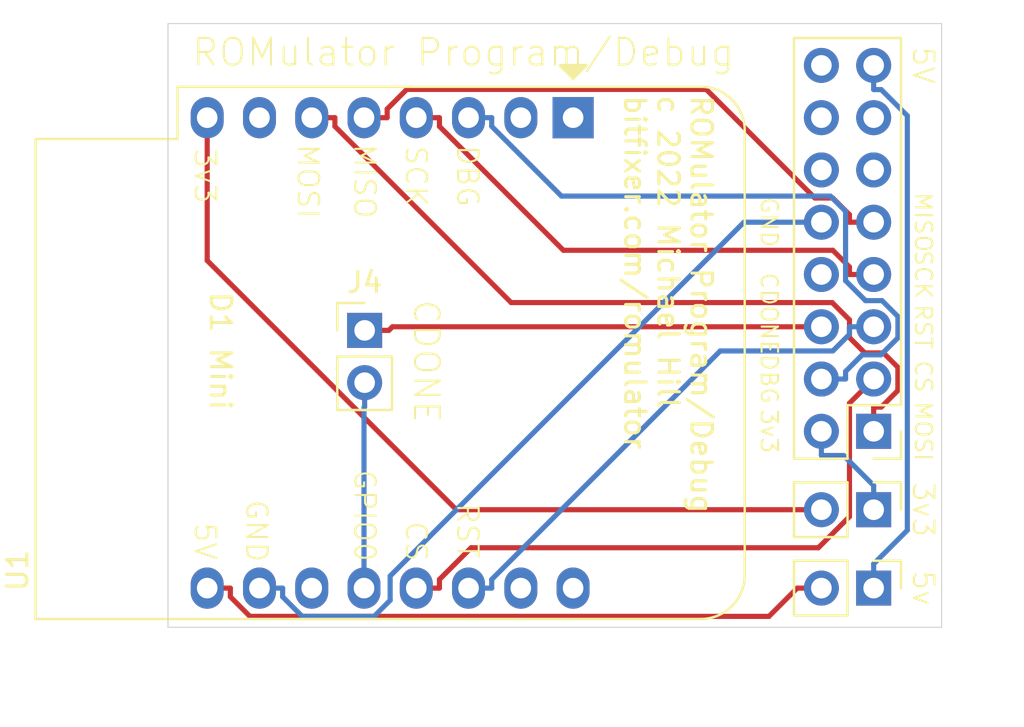
<source format=kicad_pcb>
(kicad_pcb (version 20171130) (host pcbnew "(5.1.4-0-10_14)")

  (general
    (thickness 1.6)
    (drawings 31)
    (tracks 91)
    (zones 0)
    (modules 5)
    (nets 26)
  )

  (page A4)
  (layers
    (0 F.Cu signal)
    (31 B.Cu signal)
    (32 B.Adhes user)
    (33 F.Adhes user)
    (34 B.Paste user)
    (35 F.Paste user)
    (36 B.SilkS user)
    (37 F.SilkS user)
    (38 B.Mask user)
    (39 F.Mask user)
    (40 Dwgs.User user)
    (41 Cmts.User user)
    (42 Eco1.User user)
    (43 Eco2.User user)
    (44 Edge.Cuts user)
    (45 Margin user)
    (46 B.CrtYd user)
    (47 F.CrtYd user)
    (48 B.Fab user)
    (49 F.Fab user)
  )

  (setup
    (last_trace_width 0.25)
    (trace_clearance 0.2)
    (zone_clearance 0.508)
    (zone_45_only no)
    (trace_min 0.2)
    (via_size 0.8)
    (via_drill 0.4)
    (via_min_size 0.4)
    (via_min_drill 0.3)
    (uvia_size 0.3)
    (uvia_drill 0.1)
    (uvias_allowed no)
    (uvia_min_size 0.2)
    (uvia_min_drill 0.1)
    (edge_width 0.05)
    (segment_width 0.2)
    (pcb_text_width 0.3)
    (pcb_text_size 1.5 1.5)
    (mod_edge_width 0.12)
    (mod_text_size 1 1)
    (mod_text_width 0.15)
    (pad_size 1.524 1.524)
    (pad_drill 0.762)
    (pad_to_mask_clearance 0.05)
    (aux_axis_origin 0 0)
    (visible_elements 7FFFFFFF)
    (pcbplotparams
      (layerselection 0x010fc_ffffffff)
      (usegerberextensions false)
      (usegerberattributes true)
      (usegerberadvancedattributes true)
      (creategerberjobfile true)
      (excludeedgelayer true)
      (linewidth 0.100000)
      (plotframeref false)
      (viasonmask false)
      (mode 1)
      (useauxorigin false)
      (hpglpennumber 1)
      (hpglpenspeed 20)
      (hpglpendiameter 15.000000)
      (psnegative false)
      (psa4output false)
      (plotreference true)
      (plotvalue true)
      (plotinvisibletext false)
      (padsonsilk false)
      (subtractmaskfromsilk false)
      (outputformat 1)
      (mirror false)
      (drillshape 0)
      (scaleselection 1)
      (outputdirectory ""))
  )

  (net 0 "")
  (net 1 3v3IN)
  (net 2 +3V3)
  (net 3 +5V)
  (net 4 DBG)
  (net 5 "Net-(J3-Pad8)")
  (net 6 GND)
  (net 7 MISO)
  (net 8 SCK)
  (net 9 RST)
  (net 10 CS)
  (net 11 MOSI)
  (net 12 "Net-(U1-Pad16)")
  (net 13 "Net-(U1-Pad15)")
  (net 14 "Net-(U1-Pad1)")
  (net 15 "Net-(U1-Pad2)")
  (net 16 CDONE)
  (net 17 5VIN)
  (net 18 "Net-(J3-Pad16)")
  (net 19 "Net-(J3-Pad14)")
  (net 20 "Net-(J3-Pad13)")
  (net 21 "Net-(J3-Pad12)")
  (net 22 "Net-(J3-Pad11)")
  (net 23 "Net-(U1-Pad7)")
  (net 24 LED)
  (net 25 GPIO0)

  (net_class Default "This is the default net class."
    (clearance 0.2)
    (trace_width 0.25)
    (via_dia 0.8)
    (via_drill 0.4)
    (uvia_dia 0.3)
    (uvia_drill 0.1)
    (add_net +3V3)
    (add_net +5V)
    (add_net 3v3IN)
    (add_net 5VIN)
    (add_net CDONE)
    (add_net CS)
    (add_net DBG)
    (add_net GND)
    (add_net GPIO0)
    (add_net LED)
    (add_net MISO)
    (add_net MOSI)
    (add_net "Net-(J3-Pad11)")
    (add_net "Net-(J3-Pad12)")
    (add_net "Net-(J3-Pad13)")
    (add_net "Net-(J3-Pad14)")
    (add_net "Net-(J3-Pad16)")
    (add_net "Net-(J3-Pad8)")
    (add_net "Net-(U1-Pad1)")
    (add_net "Net-(U1-Pad15)")
    (add_net "Net-(U1-Pad16)")
    (add_net "Net-(U1-Pad2)")
    (add_net "Net-(U1-Pad7)")
    (add_net RST)
    (add_net SCK)
  )

  (module Connector_PinHeader_2.54mm:PinHeader_1x02_P2.54mm_Vertical (layer F.Cu) (tedit 59FED5CC) (tstamp 62269507)
    (at 141 84.25)
    (descr "Through hole straight pin header, 1x02, 2.54mm pitch, single row")
    (tags "Through hole pin header THT 1x02 2.54mm single row")
    (path /6226476B)
    (fp_text reference J4 (at 0 -2.33) (layer F.SilkS)
      (effects (font (size 1 1) (thickness 0.15)))
    )
    (fp_text value Conn_01x02_Male (at 0 4.87) (layer F.Fab)
      (effects (font (size 1 1) (thickness 0.15)))
    )
    (fp_text user %R (at 0 1.27 90) (layer F.Fab)
      (effects (font (size 1 1) (thickness 0.15)))
    )
    (fp_line (start 1.8 -1.8) (end -1.8 -1.8) (layer F.CrtYd) (width 0.05))
    (fp_line (start 1.8 4.35) (end 1.8 -1.8) (layer F.CrtYd) (width 0.05))
    (fp_line (start -1.8 4.35) (end 1.8 4.35) (layer F.CrtYd) (width 0.05))
    (fp_line (start -1.8 -1.8) (end -1.8 4.35) (layer F.CrtYd) (width 0.05))
    (fp_line (start -1.33 -1.33) (end 0 -1.33) (layer F.SilkS) (width 0.12))
    (fp_line (start -1.33 0) (end -1.33 -1.33) (layer F.SilkS) (width 0.12))
    (fp_line (start -1.33 1.27) (end 1.33 1.27) (layer F.SilkS) (width 0.12))
    (fp_line (start 1.33 1.27) (end 1.33 3.87) (layer F.SilkS) (width 0.12))
    (fp_line (start -1.33 1.27) (end -1.33 3.87) (layer F.SilkS) (width 0.12))
    (fp_line (start -1.33 3.87) (end 1.33 3.87) (layer F.SilkS) (width 0.12))
    (fp_line (start -1.27 -0.635) (end -0.635 -1.27) (layer F.Fab) (width 0.1))
    (fp_line (start -1.27 3.81) (end -1.27 -0.635) (layer F.Fab) (width 0.1))
    (fp_line (start 1.27 3.81) (end -1.27 3.81) (layer F.Fab) (width 0.1))
    (fp_line (start 1.27 -1.27) (end 1.27 3.81) (layer F.Fab) (width 0.1))
    (fp_line (start -0.635 -1.27) (end 1.27 -1.27) (layer F.Fab) (width 0.1))
    (pad 2 thru_hole oval (at 0 2.54) (size 1.7 1.7) (drill 1) (layers *.Cu *.Mask)
      (net 25 GPIO0))
    (pad 1 thru_hole rect (at 0 0) (size 1.7 1.7) (drill 1) (layers *.Cu *.Mask)
      (net 16 CDONE))
    (model ${KISYS3DMOD}/Connector_PinHeader_2.54mm.3dshapes/PinHeader_1x02_P2.54mm_Vertical.wrl
      (at (xyz 0 0 0))
      (scale (xyz 1 1 1))
      (rotate (xyz 0 0 0))
    )
  )

  (module Connector_PinHeader_2.54mm:PinHeader_2x08_P2.54mm_Vertical (layer F.Cu) (tedit 59FED5CC) (tstamp 62147573)
    (at 165.735 89.154 180)
    (descr "Through hole straight pin header, 2x08, 2.54mm pitch, double rows")
    (tags "Through hole pin header THT 2x08 2.54mm double row")
    (path /621EB698)
    (fp_text reference J3 (at 1.27 -2.33) (layer F.SilkS) hide
      (effects (font (size 1 1) (thickness 0.15)))
    )
    (fp_text value Conn_02x08_Odd_Even (at 1.27 20.11) (layer F.Fab)
      (effects (font (size 1 1) (thickness 0.15)))
    )
    (fp_line (start 4.35 -1.8) (end -1.8 -1.8) (layer F.CrtYd) (width 0.05))
    (fp_line (start 4.35 19.55) (end 4.35 -1.8) (layer F.CrtYd) (width 0.05))
    (fp_line (start -1.8 19.55) (end 4.35 19.55) (layer F.CrtYd) (width 0.05))
    (fp_line (start -1.8 -1.8) (end -1.8 19.55) (layer F.CrtYd) (width 0.05))
    (fp_line (start -1.33 -1.33) (end 0 -1.33) (layer F.SilkS) (width 0.12))
    (fp_line (start -1.33 0) (end -1.33 -1.33) (layer F.SilkS) (width 0.12))
    (fp_line (start 1.27 -1.33) (end 3.87 -1.33) (layer F.SilkS) (width 0.12))
    (fp_line (start 1.27 1.27) (end 1.27 -1.33) (layer F.SilkS) (width 0.12))
    (fp_line (start -1.33 1.27) (end 1.27 1.27) (layer F.SilkS) (width 0.12))
    (fp_line (start 3.87 -1.33) (end 3.87 19.11) (layer F.SilkS) (width 0.12))
    (fp_line (start -1.33 1.27) (end -1.33 19.11) (layer F.SilkS) (width 0.12))
    (fp_line (start -1.33 19.11) (end 3.87 19.11) (layer F.SilkS) (width 0.12))
    (fp_line (start -1.27 0) (end 0 -1.27) (layer F.Fab) (width 0.1))
    (fp_line (start -1.27 19.05) (end -1.27 0) (layer F.Fab) (width 0.1))
    (fp_line (start 3.81 19.05) (end -1.27 19.05) (layer F.Fab) (width 0.1))
    (fp_line (start 3.81 -1.27) (end 3.81 19.05) (layer F.Fab) (width 0.1))
    (fp_line (start 0 -1.27) (end 3.81 -1.27) (layer F.Fab) (width 0.1))
    (fp_text user %R (at 1.27 8.89 90) (layer F.Fab)
      (effects (font (size 1 1) (thickness 0.15)))
    )
    (pad 16 thru_hole oval (at 2.54 17.78 180) (size 1.7 1.7) (drill 1) (layers *.Cu *.Mask)
      (net 18 "Net-(J3-Pad16)"))
    (pad 15 thru_hole oval (at 0 17.78 180) (size 1.7 1.7) (drill 1) (layers *.Cu *.Mask)
      (net 3 +5V))
    (pad 14 thru_hole oval (at 2.54 15.24 180) (size 1.7 1.7) (drill 1) (layers *.Cu *.Mask)
      (net 19 "Net-(J3-Pad14)"))
    (pad 13 thru_hole oval (at 0 15.24 180) (size 1.7 1.7) (drill 1) (layers *.Cu *.Mask)
      (net 20 "Net-(J3-Pad13)"))
    (pad 12 thru_hole oval (at 2.54 12.7 180) (size 1.7 1.7) (drill 1) (layers *.Cu *.Mask)
      (net 21 "Net-(J3-Pad12)"))
    (pad 11 thru_hole oval (at 0 12.7 180) (size 1.7 1.7) (drill 1) (layers *.Cu *.Mask)
      (net 22 "Net-(J3-Pad11)"))
    (pad 10 thru_hole oval (at 2.54 10.16 180) (size 1.7 1.7) (drill 1) (layers *.Cu *.Mask)
      (net 6 GND))
    (pad 9 thru_hole oval (at 0 10.16 180) (size 1.7 1.7) (drill 1) (layers *.Cu *.Mask)
      (net 7 MISO))
    (pad 8 thru_hole oval (at 2.54 7.62 180) (size 1.7 1.7) (drill 1) (layers *.Cu *.Mask)
      (net 5 "Net-(J3-Pad8)"))
    (pad 7 thru_hole oval (at 0 7.62 180) (size 1.7 1.7) (drill 1) (layers *.Cu *.Mask)
      (net 8 SCK))
    (pad 6 thru_hole oval (at 2.54 5.08 180) (size 1.7 1.7) (drill 1) (layers *.Cu *.Mask)
      (net 16 CDONE))
    (pad 5 thru_hole oval (at 0 5.08 180) (size 1.7 1.7) (drill 1) (layers *.Cu *.Mask)
      (net 9 RST))
    (pad 4 thru_hole oval (at 2.54 2.54 180) (size 1.7 1.7) (drill 1) (layers *.Cu *.Mask)
      (net 4 DBG))
    (pad 3 thru_hole oval (at 0 2.54 180) (size 1.7 1.7) (drill 1) (layers *.Cu *.Mask)
      (net 10 CS))
    (pad 2 thru_hole oval (at 2.54 0 180) (size 1.7 1.7) (drill 1) (layers *.Cu *.Mask)
      (net 2 +3V3))
    (pad 1 thru_hole rect (at 0 0 180) (size 1.7 1.7) (drill 1) (layers *.Cu *.Mask)
      (net 11 MOSI))
    (model ${KISYS3DMOD}/Connector_PinHeader_2.54mm.3dshapes/PinHeader_2x08_P2.54mm_Vertical.wrl
      (at (xyz 0 0 0))
      (scale (xyz 1 1 1))
      (rotate (xyz 0 0 0))
    )
  )

  (module Connector_PinHeader_2.54mm:PinHeader_1x02_P2.54mm_Vertical (layer F.Cu) (tedit 59FED5CC) (tstamp 62146BFD)
    (at 165.735 96.774 270)
    (descr "Through hole straight pin header, 1x02, 2.54mm pitch, single row")
    (tags "Through hole pin header THT 1x02 2.54mm single row")
    (path /621F045A)
    (fp_text reference J2 (at 0 -2.33 90) (layer F.SilkS) hide
      (effects (font (size 1 1) (thickness 0.15)))
    )
    (fp_text value Conn_01x02_Male (at 0 4.87 90) (layer F.Fab)
      (effects (font (size 1 1) (thickness 0.15)))
    )
    (fp_line (start 1.8 -1.8) (end -1.8 -1.8) (layer F.CrtYd) (width 0.05))
    (fp_line (start 1.8 4.35) (end 1.8 -1.8) (layer F.CrtYd) (width 0.05))
    (fp_line (start -1.8 4.35) (end 1.8 4.35) (layer F.CrtYd) (width 0.05))
    (fp_line (start -1.8 -1.8) (end -1.8 4.35) (layer F.CrtYd) (width 0.05))
    (fp_line (start -1.33 -1.33) (end 0 -1.33) (layer F.SilkS) (width 0.12))
    (fp_line (start -1.33 0) (end -1.33 -1.33) (layer F.SilkS) (width 0.12))
    (fp_line (start -1.33 1.27) (end 1.33 1.27) (layer F.SilkS) (width 0.12))
    (fp_line (start 1.33 1.27) (end 1.33 3.87) (layer F.SilkS) (width 0.12))
    (fp_line (start -1.33 1.27) (end -1.33 3.87) (layer F.SilkS) (width 0.12))
    (fp_line (start -1.33 3.87) (end 1.33 3.87) (layer F.SilkS) (width 0.12))
    (fp_line (start -1.27 -0.635) (end -0.635 -1.27) (layer F.Fab) (width 0.1))
    (fp_line (start -1.27 3.81) (end -1.27 -0.635) (layer F.Fab) (width 0.1))
    (fp_line (start 1.27 3.81) (end -1.27 3.81) (layer F.Fab) (width 0.1))
    (fp_line (start 1.27 -1.27) (end 1.27 3.81) (layer F.Fab) (width 0.1))
    (fp_line (start -0.635 -1.27) (end 1.27 -1.27) (layer F.Fab) (width 0.1))
    (fp_text user %R (at 0 1.27) (layer F.Fab)
      (effects (font (size 1 1) (thickness 0.15)))
    )
    (pad 2 thru_hole oval (at 0 2.54 270) (size 1.7 1.7) (drill 1) (layers *.Cu *.Mask)
      (net 17 5VIN))
    (pad 1 thru_hole rect (at 0 0 270) (size 1.7 1.7) (drill 1) (layers *.Cu *.Mask)
      (net 3 +5V))
    (model ${KISYS3DMOD}/Connector_PinHeader_2.54mm.3dshapes/PinHeader_1x02_P2.54mm_Vertical.wrl
      (at (xyz 0 0 0))
      (scale (xyz 1 1 1))
      (rotate (xyz 0 0 0))
    )
  )

  (module Module:WEMOS_D1_mini_light (layer F.Cu) (tedit 5BBFB1CE) (tstamp 62146C60)
    (at 151.13 73.914 270)
    (descr "16-pin module, column spacing 22.86 mm (900 mils), https://wiki.wemos.cc/products:d1:d1_mini, https://c1.staticflickr.com/1/734/31400410271_f278b087db_z.jpg")
    (tags "ESP8266 WiFi microcontroller")
    (path /62141207)
    (fp_text reference U1 (at 22 27 90) (layer F.SilkS)
      (effects (font (size 1 1) (thickness 0.15)))
    )
    (fp_text value WeMos_D1_mini (at 11.7 0 90) (layer F.Fab)
      (effects (font (size 1 1) (thickness 0.15)))
    )
    (fp_line (start 1.04 19.22) (end 1.04 26.12) (layer F.SilkS) (width 0.12))
    (fp_line (start -1.5 19.22) (end 1.04 19.22) (layer F.SilkS) (width 0.12))
    (fp_line (start -0.37 0) (end -1.37 -1) (layer F.Fab) (width 0.1))
    (fp_line (start -1.37 1) (end -0.37 0) (layer F.Fab) (width 0.1))
    (fp_line (start -1.37 -6.21) (end -1.37 -1) (layer F.Fab) (width 0.1))
    (fp_line (start 1.17 19.09) (end 1.17 25.99) (layer F.Fab) (width 0.1))
    (fp_line (start -1.37 19.09) (end 1.17 19.09) (layer F.Fab) (width 0.1))
    (fp_line (start -1.35 -7.4) (end -0.55 -8.2) (layer Dwgs.User) (width 0.1))
    (fp_line (start -1.3 -5.45) (end 1.45 -8.2) (layer Dwgs.User) (width 0.1))
    (fp_line (start -1.35 -3.4) (end 3.45 -8.2) (layer Dwgs.User) (width 0.1))
    (fp_line (start 22.65 -1.4) (end 24.25 -3) (layer Dwgs.User) (width 0.1))
    (fp_line (start 20.65 -1.4) (end 24.25 -5) (layer Dwgs.User) (width 0.1))
    (fp_line (start 18.65 -1.4) (end 24.25 -7) (layer Dwgs.User) (width 0.1))
    (fp_line (start 16.65 -1.4) (end 23.45 -8.2) (layer Dwgs.User) (width 0.1))
    (fp_line (start 14.65 -1.4) (end 21.45 -8.2) (layer Dwgs.User) (width 0.1))
    (fp_line (start 12.65 -1.4) (end 19.45 -8.2) (layer Dwgs.User) (width 0.1))
    (fp_line (start 10.65 -1.4) (end 17.45 -8.2) (layer Dwgs.User) (width 0.1))
    (fp_line (start 8.65 -1.4) (end 15.45 -8.2) (layer Dwgs.User) (width 0.1))
    (fp_line (start 6.65 -1.4) (end 13.45 -8.2) (layer Dwgs.User) (width 0.1))
    (fp_line (start 4.65 -1.4) (end 11.45 -8.2) (layer Dwgs.User) (width 0.1))
    (fp_line (start 2.65 -1.4) (end 9.45 -8.2) (layer Dwgs.User) (width 0.1))
    (fp_line (start 0.65 -1.4) (end 7.45 -8.2) (layer Dwgs.User) (width 0.1))
    (fp_line (start -1.35 -1.4) (end 5.45 -8.2) (layer Dwgs.User) (width 0.1))
    (fp_line (start -1.35 -8.2) (end -1.35 -1.4) (layer Dwgs.User) (width 0.1))
    (fp_line (start 24.25 -8.2) (end -1.35 -8.2) (layer Dwgs.User) (width 0.1))
    (fp_line (start 24.25 -1.4) (end 24.25 -8.2) (layer Dwgs.User) (width 0.1))
    (fp_line (start -1.35 -1.4) (end 24.25 -1.4) (layer Dwgs.User) (width 0.1))
    (fp_poly (pts (xy -2.54 -0.635) (xy -2.54 0.635) (xy -1.905 0)) (layer F.SilkS) (width 0.15))
    (fp_line (start -1.62 26.24) (end -1.62 -8.46) (layer F.CrtYd) (width 0.05))
    (fp_line (start 24.48 26.24) (end -1.62 26.24) (layer F.CrtYd) (width 0.05))
    (fp_line (start 24.48 -8.41) (end 24.48 26.24) (layer F.CrtYd) (width 0.05))
    (fp_line (start -1.62 -8.46) (end 24.48 -8.46) (layer F.CrtYd) (width 0.05))
    (fp_line (start -1.37 1) (end -1.37 19.09) (layer F.Fab) (width 0.1))
    (fp_line (start 22.23 -8.21) (end 0.63 -8.21) (layer F.Fab) (width 0.1))
    (fp_line (start 24.23 25.99) (end 24.23 -6.21) (layer F.Fab) (width 0.1))
    (fp_line (start 1.17 25.99) (end 24.23 25.99) (layer F.Fab) (width 0.1))
    (fp_line (start 22.24 -8.34) (end 0.63 -8.34) (layer F.SilkS) (width 0.12))
    (fp_line (start 24.36 26.12) (end 24.36 -6.21) (layer F.SilkS) (width 0.12))
    (fp_line (start -1.5 19.22) (end -1.5 -6.21) (layer F.SilkS) (width 0.12))
    (fp_line (start 1.04 26.12) (end 24.36 26.12) (layer F.SilkS) (width 0.12))
    (fp_text user %R (at 11.43 10 90) (layer F.Fab)
      (effects (font (size 1 1) (thickness 0.15)))
    )
    (fp_arc (start 0.63 -6.21) (end 0.63 -8.21) (angle -90) (layer F.Fab) (width 0.1))
    (fp_arc (start 22.23 -6.21) (end 24.23 -6.19) (angle -90) (layer F.Fab) (width 0.1))
    (fp_arc (start 0.63 -6.21) (end 0.63 -8.34) (angle -90) (layer F.SilkS) (width 0.12))
    (fp_arc (start 22.23 -6.21) (end 24.36 -6.21) (angle -90) (layer F.SilkS) (width 0.12))
    (fp_text user "KEEP OUT" (at 11.43 -6.35 90) (layer Cmts.User)
      (effects (font (size 1 1) (thickness 0.15)))
    )
    (fp_text user "No copper" (at 11.43 -3.81 90) (layer Cmts.User)
      (effects (font (size 1 1) (thickness 0.15)))
    )
    (pad 2 thru_hole oval (at 0 2.54 270) (size 2 1.6) (drill 1) (layers *.Cu *.Mask)
      (net 15 "Net-(U1-Pad2)"))
    (pad 1 thru_hole rect (at 0 0 270) (size 2 2) (drill 1) (layers *.Cu *.Mask)
      (net 14 "Net-(U1-Pad1)"))
    (pad 3 thru_hole oval (at 0 5.08 270) (size 2 1.6) (drill 1) (layers *.Cu *.Mask)
      (net 4 DBG))
    (pad 4 thru_hole oval (at 0 7.62 270) (size 2 1.6) (drill 1) (layers *.Cu *.Mask)
      (net 8 SCK))
    (pad 5 thru_hole oval (at 0 10.16 270) (size 2 1.6) (drill 1) (layers *.Cu *.Mask)
      (net 7 MISO))
    (pad 6 thru_hole oval (at 0 12.7 270) (size 2 1.6) (drill 1) (layers *.Cu *.Mask)
      (net 11 MOSI))
    (pad 7 thru_hole oval (at 0 15.24 270) (size 2 1.6) (drill 1) (layers *.Cu *.Mask)
      (net 23 "Net-(U1-Pad7)"))
    (pad 8 thru_hole oval (at 0 17.78 270) (size 2 1.6) (drill 1) (layers *.Cu *.Mask)
      (net 1 3v3IN))
    (pad 9 thru_hole oval (at 22.86 17.78 270) (size 2 1.6) (drill 1) (layers *.Cu *.Mask)
      (net 17 5VIN))
    (pad 10 thru_hole oval (at 22.86 15.24 270) (size 2 1.6) (drill 1) (layers *.Cu *.Mask)
      (net 6 GND))
    (pad 11 thru_hole oval (at 22.86 12.7 270) (size 2 1.6) (drill 1) (layers *.Cu *.Mask)
      (net 24 LED))
    (pad 12 thru_hole oval (at 22.86 10.16 270) (size 2 1.6) (drill 1) (layers *.Cu *.Mask)
      (net 25 GPIO0))
    (pad 13 thru_hole oval (at 22.86 7.62 270) (size 2 1.6) (drill 1) (layers *.Cu *.Mask)
      (net 10 CS))
    (pad 14 thru_hole oval (at 22.86 5.08 270) (size 2 1.6) (drill 1) (layers *.Cu *.Mask)
      (net 9 RST))
    (pad 15 thru_hole oval (at 22.86 2.54 270) (size 2 1.6) (drill 1) (layers *.Cu *.Mask)
      (net 13 "Net-(U1-Pad15)"))
    (pad 16 thru_hole oval (at 22.86 0 270) (size 2 1.6) (drill 1) (layers *.Cu *.Mask)
      (net 12 "Net-(U1-Pad16)"))
    (model ${KISYS3DMOD}/Module.3dshapes/WEMOS_D1_mini_light.wrl
      (at (xyz 0 0 0))
      (scale (xyz 1 1 1))
      (rotate (xyz 0 0 0))
    )
    (model ${KISYS3DMOD}/Connector_PinHeader_2.54mm.3dshapes/PinHeader_1x08_P2.54mm_Vertical.wrl
      (offset (xyz 0 0 9.5))
      (scale (xyz 1 1 1))
      (rotate (xyz 0 -180 0))
    )
    (model ${KISYS3DMOD}/Connector_PinHeader_2.54mm.3dshapes/PinHeader_1x08_P2.54mm_Vertical.wrl
      (offset (xyz 22.86 0 9.5))
      (scale (xyz 1 1 1))
      (rotate (xyz 0 -180 0))
    )
    (model ${KISYS3DMOD}/Connector_PinSocket_2.54mm.3dshapes/PinSocket_1x08_P2.54mm_Vertical.wrl
      (at (xyz 0 0 0))
      (scale (xyz 1 1 1))
      (rotate (xyz 0 0 0))
    )
    (model ${KISYS3DMOD}/Connector_PinSocket_2.54mm.3dshapes/PinSocket_1x08_P2.54mm_Vertical.wrl
      (offset (xyz 22.86 0 0))
      (scale (xyz 1 1 1))
      (rotate (xyz 0 0 0))
    )
  )

  (module Connector_PinHeader_2.54mm:PinHeader_1x02_P2.54mm_Vertical (layer F.Cu) (tedit 59FED5CC) (tstamp 62146BE8)
    (at 165.735 92.964 270)
    (descr "Through hole straight pin header, 1x02, 2.54mm pitch, single row")
    (tags "Through hole pin header THT 1x02 2.54mm single row")
    (path /62143487)
    (fp_text reference J1 (at 0 -2.33 90) (layer F.SilkS) hide
      (effects (font (size 1 1) (thickness 0.15)))
    )
    (fp_text value Conn_01x02_Male (at 0 4.87 90) (layer F.Fab)
      (effects (font (size 1 1) (thickness 0.15)))
    )
    (fp_line (start 1.8 -1.8) (end -1.8 -1.8) (layer F.CrtYd) (width 0.05))
    (fp_line (start 1.8 4.35) (end 1.8 -1.8) (layer F.CrtYd) (width 0.05))
    (fp_line (start -1.8 4.35) (end 1.8 4.35) (layer F.CrtYd) (width 0.05))
    (fp_line (start -1.8 -1.8) (end -1.8 4.35) (layer F.CrtYd) (width 0.05))
    (fp_line (start -1.33 -1.33) (end 0 -1.33) (layer F.SilkS) (width 0.12))
    (fp_line (start -1.33 0) (end -1.33 -1.33) (layer F.SilkS) (width 0.12))
    (fp_line (start -1.33 1.27) (end 1.33 1.27) (layer F.SilkS) (width 0.12))
    (fp_line (start 1.33 1.27) (end 1.33 3.87) (layer F.SilkS) (width 0.12))
    (fp_line (start -1.33 1.27) (end -1.33 3.87) (layer F.SilkS) (width 0.12))
    (fp_line (start -1.33 3.87) (end 1.33 3.87) (layer F.SilkS) (width 0.12))
    (fp_line (start -1.27 -0.635) (end -0.635 -1.27) (layer F.Fab) (width 0.1))
    (fp_line (start -1.27 3.81) (end -1.27 -0.635) (layer F.Fab) (width 0.1))
    (fp_line (start 1.27 3.81) (end -1.27 3.81) (layer F.Fab) (width 0.1))
    (fp_line (start 1.27 -1.27) (end 1.27 3.81) (layer F.Fab) (width 0.1))
    (fp_line (start -0.635 -1.27) (end 1.27 -1.27) (layer F.Fab) (width 0.1))
    (fp_text user %R (at 0 1.27) (layer F.Fab)
      (effects (font (size 1 1) (thickness 0.15)))
    )
    (pad 1 thru_hole rect (at 0 0 270) (size 1.7 1.7) (drill 1) (layers *.Cu *.Mask)
      (net 2 +3V3))
    (pad 2 thru_hole oval (at 0 2.54 270) (size 1.7 1.7) (drill 1) (layers *.Cu *.Mask)
      (net 1 3v3IN))
    (model ${KISYS3DMOD}/Connector_PinHeader_2.54mm.3dshapes/PinHeader_1x02_P2.54mm_Vertical.wrl
      (at (xyz 0 0 0))
      (scale (xyz 1 1 1))
      (rotate (xyz 0 0 0))
    )
  )

  (gr_text "D1 Mini" (at 134 85.25 270) (layer F.SilkS)
    (effects (font (size 1 1) (thickness 0.15)))
  )
  (gr_text "ROMulator Program/Debug\nc 2022 Michael Hill\nbitfixer.com/romulator" (at 155.75 72.75 270) (layer F.SilkS)
    (effects (font (size 1 1) (thickness 0.15)) (justify left))
  )
  (gr_text GND (at 135.75 94 270) (layer F.SilkS)
    (effects (font (size 1 1) (thickness 0.1)))
  )
  (gr_text GPIO0 (at 141 93.25 270) (layer F.SilkS)
    (effects (font (size 1 1) (thickness 0.1)))
  )
  (gr_text DBG (at 146 76.75 270) (layer F.SilkS)
    (effects (font (size 1 1) (thickness 0.1)))
  )
  (gr_text SCK (at 143.5 76.75 270) (layer F.SilkS)
    (effects (font (size 1 1) (thickness 0.1)))
  )
  (gr_text MISO (at 141 77 270) (layer F.SilkS)
    (effects (font (size 1 1) (thickness 0.1)))
  )
  (gr_text MOSI (at 138.25 77 270) (layer F.SilkS)
    (effects (font (size 1 1) (thickness 0.1)))
  )
  (gr_text 3v3 (at 133.25 76.75 270) (layer F.SilkS)
    (effects (font (size 1 1) (thickness 0.1)))
  )
  (gr_text RST (at 146 94 270) (layer F.SilkS)
    (effects (font (size 1 1) (thickness 0.1)))
  )
  (gr_text CS (at 143.5 94.5 270) (layer F.SilkS)
    (effects (font (size 1 1) (thickness 0.1)))
  )
  (gr_text 5V (at 133.25 94.5 270) (layer F.SilkS)
    (effects (font (size 1 1) (thickness 0.1)))
  )
  (gr_text CDONE (at 144 85.75 270) (layer F.SilkS)
    (effects (font (size 1.2 1.2) (thickness 0.1)))
  )
  (gr_text "ROMulator Program/Debug" (at 145.796 70.739) (layer F.SilkS)
    (effects (font (size 1.3 1.3) (thickness 0.1)))
  )
  (gr_line (start 169.037 69.342) (end 168.91 69.342) (layer Edge.Cuts) (width 0.05) (tstamp 621EB7FF))
  (gr_line (start 169.037 98.679) (end 169.037 69.342) (layer Edge.Cuts) (width 0.05))
  (gr_line (start 131.445 98.679) (end 169.037 98.679) (layer Edge.Cuts) (width 0.05))
  (gr_line (start 131.445 69.342) (end 131.445 98.679) (layer Edge.Cuts) (width 0.05))
  (gr_line (start 168.91 69.342) (end 131.445 69.342) (layer Edge.Cuts) (width 0.05))
  (gr_text 5v (at 168.148 96.774 270) (layer F.SilkS)
    (effects (font (size 1 1) (thickness 0.1)))
  )
  (gr_text 3v3 (at 168.148 92.964 270) (layer F.SilkS)
    (effects (font (size 1 1) (thickness 0.1)))
  )
  (gr_text GND (at 160.655 78.994 270) (layer F.SilkS)
    (effects (font (size 0.8 0.8) (thickness 0.1)))
  )
  (gr_text CDONE (at 160.655 83.439 270) (layer F.SilkS)
    (effects (font (size 0.8 0.8) (thickness 0.1)))
  )
  (gr_text DBG (at 160.655 86.614 270) (layer F.SilkS)
    (effects (font (size 0.8 0.8) (thickness 0.1)))
  )
  (gr_text 3v3 (at 160.655 89.154 270) (layer F.SilkS)
    (effects (font (size 0.8 0.8) (thickness 0.1)))
  )
  (gr_text MOSI (at 168.148 89.154 270) (layer F.SilkS)
    (effects (font (size 0.8 0.8) (thickness 0.1)))
  )
  (gr_text CS (at 168.148 86.487 270) (layer F.SilkS)
    (effects (font (size 0.8 0.8) (thickness 0.1)))
  )
  (gr_text RST (at 168.148 84.074 270) (layer F.SilkS)
    (effects (font (size 0.8 0.8) (thickness 0.1)))
  )
  (gr_text SCK (at 168.148 81.534 270) (layer F.SilkS)
    (effects (font (size 0.8 0.8) (thickness 0.1)))
  )
  (gr_text MISO (at 168.148 78.994 270) (layer F.SilkS)
    (effects (font (size 0.8 0.8) (thickness 0.1)))
  )
  (gr_text 5V (at 168.148 71.374 270) (layer F.SilkS)
    (effects (font (size 1 1) (thickness 0.1)))
  )

  (segment (start 163.195 92.964) (end 145.4584 92.964) (width 0.25) (layer F.Cu) (net 1))
  (segment (start 145.4584 92.964) (end 133.35 80.8556) (width 0.25) (layer F.Cu) (net 1))
  (segment (start 133.35 80.8556) (end 133.35 73.914) (width 0.25) (layer F.Cu) (net 1))
  (segment (start 163.195 89.154) (end 163.195 90.3293) (width 0.25) (layer B.Cu) (net 2))
  (segment (start 165.735 92.964) (end 165.735 91.7887) (width 0.25) (layer B.Cu) (net 2))
  (segment (start 165.735 91.7887) (end 164.2756 90.3293) (width 0.25) (layer B.Cu) (net 2))
  (segment (start 164.2756 90.3293) (end 163.195 90.3293) (width 0.25) (layer B.Cu) (net 2))
  (segment (start 165.735 96.774) (end 165.735 95.5987) (width 0.25) (layer B.Cu) (net 3))
  (segment (start 165.735 71.374) (end 165.735 72.5493) (width 0.25) (layer B.Cu) (net 3))
  (segment (start 165.735 72.5493) (end 166.1023 72.5493) (width 0.25) (layer B.Cu) (net 3))
  (segment (start 166.1023 72.5493) (end 167.3714 73.8184) (width 0.25) (layer B.Cu) (net 3))
  (segment (start 167.3714 73.8184) (end 167.3714 93.9623) (width 0.25) (layer B.Cu) (net 3))
  (segment (start 167.3714 93.9623) (end 165.735 95.5987) (width 0.25) (layer B.Cu) (net 3))
  (segment (start 163.195 86.614) (end 164.3703 86.614) (width 0.25) (layer B.Cu) (net 4))
  (segment (start 146.05 73.914) (end 147.1753 73.914) (width 0.25) (layer B.Cu) (net 4))
  (segment (start 147.1753 73.914) (end 147.1753 74.336) (width 0.25) (layer B.Cu) (net 4))
  (segment (start 147.1753 74.336) (end 150.5633 77.724) (width 0.25) (layer B.Cu) (net 4))
  (segment (start 150.5633 77.724) (end 163.6311 77.724) (width 0.25) (layer B.Cu) (net 4))
  (segment (start 163.6311 77.724) (end 164.3703 78.4632) (width 0.25) (layer B.Cu) (net 4))
  (segment (start 164.3703 78.4632) (end 164.3703 81.8335) (width 0.25) (layer B.Cu) (net 4))
  (segment (start 164.3703 81.8335) (end 165.3408 82.804) (width 0.25) (layer B.Cu) (net 4))
  (segment (start 165.3408 82.804) (end 166.1427 82.804) (width 0.25) (layer B.Cu) (net 4))
  (segment (start 166.1427 82.804) (end 166.9133 83.5746) (width 0.25) (layer B.Cu) (net 4))
  (segment (start 166.9133 83.5746) (end 166.9133 84.6144) (width 0.25) (layer B.Cu) (net 4))
  (segment (start 166.9133 84.6144) (end 166.089 85.4387) (width 0.25) (layer B.Cu) (net 4))
  (segment (start 166.089 85.4387) (end 165.1782 85.4387) (width 0.25) (layer B.Cu) (net 4))
  (segment (start 165.1782 85.4387) (end 164.3703 86.2466) (width 0.25) (layer B.Cu) (net 4))
  (segment (start 164.3703 86.2466) (end 164.3703 86.614) (width 0.25) (layer B.Cu) (net 4))
  (segment (start 135.89 96.774) (end 137.0153 96.774) (width 0.25) (layer B.Cu) (net 6))
  (segment (start 137.0153 96.774) (end 137.0153 97.196) (width 0.25) (layer B.Cu) (net 6))
  (segment (start 137.0153 97.196) (end 137.9662 98.1469) (width 0.25) (layer B.Cu) (net 6))
  (segment (start 137.9662 98.1469) (end 141.4585 98.1469) (width 0.25) (layer B.Cu) (net 6))
  (segment (start 141.4585 98.1469) (end 142.24 97.3654) (width 0.25) (layer B.Cu) (net 6))
  (segment (start 142.24 97.3654) (end 142.24 96.1854) (width 0.25) (layer B.Cu) (net 6))
  (segment (start 142.24 96.1854) (end 159.4314 78.994) (width 0.25) (layer B.Cu) (net 6))
  (segment (start 159.4314 78.994) (end 163.195 78.994) (width 0.25) (layer B.Cu) (net 6))
  (segment (start 140.97 73.914) (end 142.0953 73.914) (width 0.25) (layer F.Cu) (net 7))
  (segment (start 165.735 78.994) (end 164.5597 78.994) (width 0.25) (layer F.Cu) (net 7))
  (segment (start 164.5597 78.994) (end 164.5597 78.6266) (width 0.25) (layer F.Cu) (net 7))
  (segment (start 164.5597 78.6266) (end 163.7518 77.8187) (width 0.25) (layer F.Cu) (net 7))
  (segment (start 163.7518 77.8187) (end 162.8787 77.8187) (width 0.25) (layer F.Cu) (net 7))
  (segment (start 162.8787 77.8187) (end 157.6018 72.5418) (width 0.25) (layer F.Cu) (net 7))
  (segment (start 157.6018 72.5418) (end 143.0455 72.5418) (width 0.25) (layer F.Cu) (net 7))
  (segment (start 143.0455 72.5418) (end 142.0953 73.492) (width 0.25) (layer F.Cu) (net 7))
  (segment (start 142.0953 73.492) (end 142.0953 73.914) (width 0.25) (layer F.Cu) (net 7))
  (segment (start 165.735 81.534) (end 164.5597 81.534) (width 0.25) (layer F.Cu) (net 8))
  (segment (start 143.51 73.914) (end 144.6353 73.914) (width 0.25) (layer F.Cu) (net 8))
  (segment (start 144.6353 73.914) (end 144.6353 74.336) (width 0.25) (layer F.Cu) (net 8))
  (segment (start 144.6353 74.336) (end 150.658 80.3587) (width 0.25) (layer F.Cu) (net 8))
  (segment (start 150.658 80.3587) (end 163.7518 80.3587) (width 0.25) (layer F.Cu) (net 8))
  (segment (start 163.7518 80.3587) (end 164.5597 81.1666) (width 0.25) (layer F.Cu) (net 8))
  (segment (start 164.5597 81.1666) (end 164.5597 81.534) (width 0.25) (layer F.Cu) (net 8))
  (segment (start 165.735 84.074) (end 164.5597 84.074) (width 0.25) (layer B.Cu) (net 9))
  (segment (start 146.05 96.774) (end 147.1753 96.774) (width 0.25) (layer B.Cu) (net 9))
  (segment (start 147.1753 96.774) (end 147.1753 96.352) (width 0.25) (layer B.Cu) (net 9))
  (segment (start 147.1753 96.352) (end 158.278 85.2493) (width 0.25) (layer B.Cu) (net 9))
  (segment (start 158.278 85.2493) (end 163.7518 85.2493) (width 0.25) (layer B.Cu) (net 9))
  (segment (start 163.7518 85.2493) (end 164.5597 84.4414) (width 0.25) (layer B.Cu) (net 9))
  (segment (start 164.5597 84.4414) (end 164.5597 84.074) (width 0.25) (layer B.Cu) (net 9))
  (segment (start 143.51 96.774) (end 144.6353 96.774) (width 0.25) (layer F.Cu) (net 10))
  (segment (start 144.6353 96.774) (end 144.6353 96.352) (width 0.25) (layer F.Cu) (net 10))
  (segment (start 144.6353 96.352) (end 146.1757 94.8116) (width 0.25) (layer F.Cu) (net 10))
  (segment (start 146.1757 94.8116) (end 163.0493 94.8116) (width 0.25) (layer F.Cu) (net 10))
  (segment (start 163.0493 94.8116) (end 164.5596 93.3013) (width 0.25) (layer F.Cu) (net 10))
  (segment (start 164.5596 93.3013) (end 164.5596 87.7894) (width 0.25) (layer F.Cu) (net 10))
  (segment (start 164.5596 87.7894) (end 165.735 86.614) (width 0.25) (layer F.Cu) (net 10))
  (segment (start 165.735 89.154) (end 165.735 87.9787) (width 0.25) (layer F.Cu) (net 11))
  (segment (start 138.43 73.914) (end 139.5553 73.914) (width 0.25) (layer F.Cu) (net 11))
  (segment (start 139.5553 73.914) (end 139.5553 74.336) (width 0.25) (layer F.Cu) (net 11))
  (segment (start 139.5553 74.336) (end 148.1179 82.8986) (width 0.25) (layer F.Cu) (net 11))
  (segment (start 148.1179 82.8986) (end 163.7206 82.8986) (width 0.25) (layer F.Cu) (net 11))
  (segment (start 163.7206 82.8986) (end 164.5596 83.7376) (width 0.25) (layer F.Cu) (net 11))
  (segment (start 164.5596 83.7376) (end 164.5596 84.5996) (width 0.25) (layer F.Cu) (net 11))
  (segment (start 164.5596 84.5996) (end 165.304 85.344) (width 0.25) (layer F.Cu) (net 11))
  (segment (start 165.304 85.344) (end 166.2109 85.344) (width 0.25) (layer F.Cu) (net 11))
  (segment (start 166.2109 85.344) (end 166.9103 86.0434) (width 0.25) (layer F.Cu) (net 11))
  (segment (start 166.9103 86.0434) (end 166.9103 87.1708) (width 0.25) (layer F.Cu) (net 11))
  (segment (start 166.9103 87.1708) (end 166.1024 87.9787) (width 0.25) (layer F.Cu) (net 11))
  (segment (start 166.1024 87.9787) (end 165.735 87.9787) (width 0.25) (layer F.Cu) (net 11))
  (segment (start 141 84.25) (end 142.1753 84.25) (width 0.25) (layer F.Cu) (net 16))
  (segment (start 163.195 84.074) (end 142.3513 84.074) (width 0.25) (layer F.Cu) (net 16))
  (segment (start 142.3513 84.074) (end 142.1753 84.25) (width 0.25) (layer F.Cu) (net 16))
  (segment (start 163.195 96.774) (end 162.0197 96.774) (width 0.25) (layer F.Cu) (net 17))
  (segment (start 133.35 96.774) (end 134.4753 96.774) (width 0.25) (layer F.Cu) (net 17))
  (segment (start 134.4753 96.774) (end 134.4753 97.196) (width 0.25) (layer F.Cu) (net 17))
  (segment (start 134.4753 97.196) (end 135.4267 98.1474) (width 0.25) (layer F.Cu) (net 17))
  (segment (start 135.4267 98.1474) (end 160.6463 98.1474) (width 0.25) (layer F.Cu) (net 17))
  (segment (start 160.6463 98.1474) (end 162.0197 96.774) (width 0.25) (layer F.Cu) (net 17))
  (segment (start 141 86.79) (end 141 87.9653) (width 0.25) (layer B.Cu) (net 25))
  (segment (start 140.97 96.774) (end 140.97 87.9953) (width 0.25) (layer B.Cu) (net 25))
  (segment (start 140.97 87.9953) (end 141 87.9653) (width 0.25) (layer B.Cu) (net 25))

)

</source>
